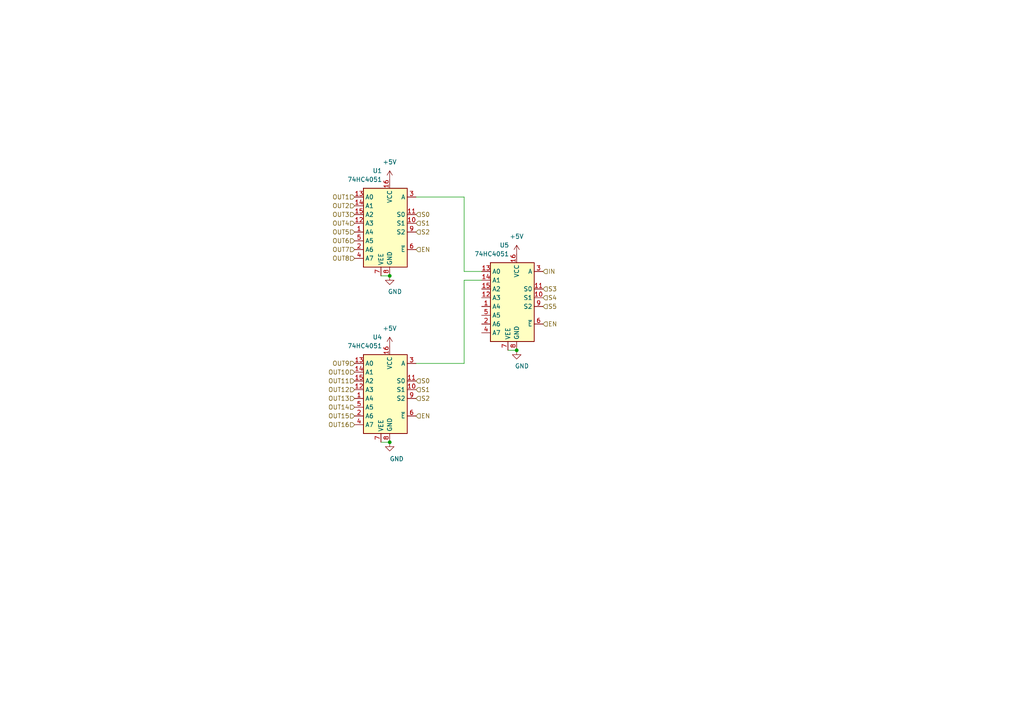
<source format=kicad_sch>
(kicad_sch (version 20231120) (generator "eeschema") (generator_version "8.0")
  (paper "A4")
  (lib_symbols
    (symbol "74xx:74HC4051"
      (property "Reference" "U" (at -5.08 11.43 0))
      (property "Value" "74HC4051" (at -7.62 -13.97 0))
      (symbol "74HC4051_0_1"
        (rectangle (start -5.08 10.16) (end 7.62 -12.7) (stroke (width 0.254)) (fill (type background)))
      )
      (symbol "74HC4051_1_1"
        (pin passive line (at 10.16 -2.54 180) (length 2.54) (name "A4") (number "1"))
        (pin input line (at -7.62 0 0) (length 2.54) (name "S1") (number "10"))
        (pin input line (at -7.62 2.54 0) (length 2.54) (name "S0") (number "11"))
        (pin passive line (at 10.16 0 180) (length 2.54) (name "A3") (number "12"))
        (pin passive line (at 10.16 7.62 180) (length 2.54) (name "A0") (number "13"))
        (pin passive line (at 10.16 5.08 180) (length 2.54) (name "A1") (number "14"))
        (pin passive line (at 10.16 2.54 180) (length 2.54) (name "A2") (number "15"))
        (pin power_in line (at 0 12.7 270) (length 2.54) (name "VCC") (number "16"))
        (pin passive line (at 10.16 -7.62 180) (length 2.54) (name "A6") (number "2"))
        (pin passive line (at -7.62 7.62 0) (length 2.54) (name "A") (number "3"))
        (pin passive line (at 10.16 -10.16 180) (length 2.54) (name "A7") (number "4"))
        (pin passive line (at 10.16 -5.08 180) (length 2.54) (name "A5") (number "5"))
        (pin input line (at -7.62 -7.62 0) (length 2.54) (name "~{E}") (number "6"))
        (pin power_in line (at 2.54 -15.24 90) (length 2.54) (name "VEE") (number "7"))
        (pin power_in line (at 0 -15.24 90) (length 2.54) (name "GND") (number "8"))
        (pin input line (at -7.62 -2.54 0) (length 2.54) (name "S2") (number "9"))
      )
    )
    (symbol "power:+5V" (power) (pin_numbers hide) (pin_names (offset 0) hide)
      (property "Value" "+5V" (at 0 3.556 0))
      (symbol "+5V_0_1"
        (polyline (pts (xy -0.762 1.27) (xy 0 2.54)))
        (polyline (pts (xy 0 0) (xy 0 2.54)))
        (polyline (pts (xy 0 2.54) (xy 0.762 1.27)))
      )
      (symbol "+5V_1_1"
        (pin power_in line (at 0 0 90) (length 0) (name "~") (number "1"))
      )
    )
    (symbol "power:GND" (power) (pin_numbers hide) (pin_names (offset 0) hide)
      (property "Value" "GND" (at 0 -3.81 0))
      (symbol "GND_0_1"
        (polyline (pts (xy 0 0) (xy 0 -1.27) (xy 1.27 -1.27) (xy 0 -2.54) (xy -1.27 -1.27) (xy 0 -1.27)))
      )
      (symbol "GND_1_1"
        (pin power_in line (at 0 0 270) (length 0) (name "~") (number "1"))
      )
    )
  )
  (junction (at 113.03 80.01))
  (junction (at 149.86 101.6))
  (junction (at 113.03 128.27))
  (wire (pts (xy 120.65 57.15) (xy 134.62 57.15)))
  (wire (pts (xy 134.62 57.15) (xy 134.62 78.74)))
  (wire (pts (xy 134.62 81.28) (xy 139.7 81.28)))
  (wire (pts (xy 110.49 80.01) (xy 113.03 80.01)))
  (wire (pts (xy 147.32 101.6) (xy 149.86 101.6)))
  (wire (pts (xy 134.62 105.41) (xy 134.62 81.28)))
  (wire (pts (xy 134.62 78.74) (xy 139.7 78.74)))
  (wire (pts (xy 110.49 128.27) (xy 113.03 128.27)))
  (wire (pts (xy 120.65 105.41) (xy 134.62 105.41)))
  (hierarchical_label "S1" (shape input) (at 120.65 64.77 0))
  (hierarchical_label "OUT6" (shape input) (at 102.87 69.85 180))
  (hierarchical_label "OUT12" (shape input) (at 102.87 113.03 180))
  (hierarchical_label "EN" (shape input) (at 120.65 120.65 0))
  (hierarchical_label "OUT7" (shape input) (at 102.87 72.39 180))
  (hierarchical_label "OUT13" (shape input) (at 102.87 115.57 180))
  (hierarchical_label "OUT16" (shape input) (at 102.87 123.19 180))
  (hierarchical_label "S4" (shape input) (at 157.48 86.36 0))
  (hierarchical_label "OUT8" (shape input) (at 102.87 74.93 180))
  (hierarchical_label "S0" (shape input) (at 120.65 62.23 0))
  (hierarchical_label "OUT2" (shape input) (at 102.87 59.69 180))
  (hierarchical_label "S0" (shape input) (at 120.65 110.49 0))
  (hierarchical_label "OUT9" (shape input) (at 102.87 105.41 180))
  (hierarchical_label "OUT5" (shape input) (at 102.87 67.31 180))
  (hierarchical_label "IN" (shape input) (at 157.48 78.74 0))
  (hierarchical_label "OUT3" (shape input) (at 102.87 62.23 180))
  (hierarchical_label "S3" (shape input) (at 157.48 83.82 0))
  (hierarchical_label "OUT4" (shape input) (at 102.87 64.77 180))
  (hierarchical_label "OUT15" (shape input) (at 102.87 120.65 180))
  (hierarchical_label "S2" (shape input) (at 120.65 67.31 0))
  (hierarchical_label "OUT11" (shape input) (at 102.87 110.49 180))
  (hierarchical_label "EN" (shape input) (at 157.48 93.98 0))
  (hierarchical_label "OUT1" (shape input) (at 102.87 57.15 180))
  (hierarchical_label "S1" (shape input) (at 120.65 113.03 0))
  (hierarchical_label "OUT10" (shape input) (at 102.87 107.95 180))
  (hierarchical_label "OUT14" (shape input) (at 102.87 118.11 180))
  (hierarchical_label "S5" (shape input) (at 157.48 88.9 0))
  (hierarchical_label "S2" (shape input) (at 120.65 115.57 0))
  (hierarchical_label "EN" (shape input) (at 120.65 72.39 0))
  (symbol (lib_id "74xx:74HC4051") (at 113.03 64.77 0) (mirror y) (unit 1)
    (property "Reference" "U1" (at 110.8359 49.53 0) (effects (justify left)))
    (property "Value" "74HC4051" (at 110.8359 52.07 0) (effects (justify left)))
    (property "Datasheet" "http://www.ti.com/lit/ds/symlink/cd74hc4051.pdf" (effects (hide yes)))
    (property "Description" "8-channel analog multiplexer/demultiplexer, DIP-16/SOIC-16/TSSOP-16" (effects (hide yes)))
    (instances (project "Audio Toolbox" (path "" (reference "U1") (unit 1)) (path "" (reference "U6") (unit 1))))
  )
  (symbol (lib_id "power:+5V") (at 113.03 52.07 0) (unit 1)
    (property "Reference" "#PWR08" (effects (hide yes)))
    (property "Value" "+5V" (at 113.03 46.99 0))
    (property "Description" "Power symbol creates a global label with name \"+5V\"" (effects (hide yes)))
    (instances (project "Audio Toolbox" (path "" (reference "#PWR08") (unit 1)) (path "" (reference "#PWR014") (unit 1))))
  )
  (symbol (lib_id "power:GND") (at 113.03 80.01 0) (unit 1)
    (property "Reference" "#PWR09" (effects (hide yes)))
    (property "Value" "GND" (at 114.554 84.582 0))
    (property "Description" "Power symbol creates a global label with name \"GND\" , ground" (effects (hide yes)))
    (instances (project "Audio Toolbox" (path "" (reference "#PWR09") (unit 1)) (path "" (reference "#PWR015") (unit 1))))
  )
  (symbol (lib_id "74xx:74HC4051") (at 113.03 113.03 0) (mirror y) (unit 1)
    (property "Reference" "U4" (at 110.8359 97.79 0) (effects (justify left)))
    (property "Value" "74HC4051" (at 110.8359 100.33 0) (effects (justify left)))
    (property "Datasheet" "http://www.ti.com/lit/ds/symlink/cd74hc4051.pdf" (effects (hide yes)))
    (property "Description" "8-channel analog multiplexer/demultiplexer, DIP-16/SOIC-16/TSSOP-16" (effects (hide yes)))
    (instances (project "Audio Toolbox" (path "" (reference "U4") (unit 1)) (path "" (reference "U7") (unit 1))))
  )
  (symbol (lib_id "power:GND") (at 113.03 128.27 0) (unit 1)
    (property "Reference" "#PWR011" (effects (hide yes)))
    (property "Value" "GND" (at 115.062 133.096 0))
    (property "Description" "Power symbol creates a global label with name \"GND\" , ground" (effects (hide yes)))
    (instances (project "Audio Toolbox" (path "" (reference "#PWR011") (unit 1)) (path "" (reference "#PWR017") (unit 1))))
  )
  (symbol (lib_id "74xx:74HC4051") (at 149.86 86.36 0) (mirror y) (unit 1)
    (property "Reference" "U5" (at 147.6659 71.12 0) (effects (justify left)))
    (property "Value" "74HC4051" (at 147.6659 73.66 0) (effects (justify left)))
    (property "Datasheet" "http://www.ti.com/lit/ds/symlink/cd74hc4051.pdf" (effects (hide yes)))
    (property "Description" "8-channel analog multiplexer/demultiplexer, DIP-16/SOIC-16/TSSOP-16" (effects (hide yes)))
    (instances (project "Audio Toolbox" (path "" (reference "U5") (unit 1)) (path "" (reference "U8") (unit 1))))
  )
  (symbol (lib_id "power:GND") (at 149.86 101.6 0) (unit 1)
    (property "Reference" "#PWR013" (effects (hide yes)))
    (property "Value" "GND" (at 151.384 106.172 0))
    (property "Description" "Power symbol creates a global label with name \"GND\" , ground" (effects (hide yes)))
    (instances (project "Audio Toolbox" (path "" (reference "#PWR013") (unit 1)) (path "" (reference "#PWR030") (unit 1))))
  )
  (symbol (lib_id "power:+5V") (at 149.86 73.66 0) (unit 1)
    (property "Reference" "#PWR012" (effects (hide yes)))
    (property "Value" "+5V" (at 149.86 68.58 0))
    (property "Description" "Power symbol creates a global label with name \"+5V\"" (effects (hide yes)))
    (instances (project "Audio Toolbox" (path "" (reference "#PWR012") (unit 1)) (path "" (reference "#PWR029") (unit 1))))
  )
  (symbol (lib_id "power:+5V") (at 113.03 100.33 0) (unit 1)
    (property "Reference" "#PWR010" (effects (hide yes)))
    (property "Value" "+5V" (at 113.03 95.25 0))
    (property "Description" "Power symbol creates a global label with name \"+5V\"" (effects (hide yes)))
    (instances (project "Audio Toolbox" (path "" (reference "#PWR010") (unit 1)) (path "" (reference "#PWR016") (unit 1))))
  )
)
</source>
